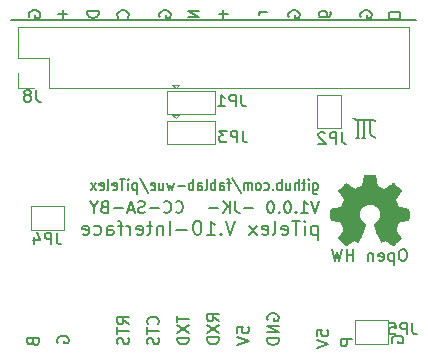
<source format=gbr>
%TF.GenerationSoftware,KiCad,Pcbnew,(6.0.9)*%
%TF.CreationDate,2023-02-09T17:54:21+01:00*%
%TF.ProjectId,piTelex_V10_1.0.0,70695465-6c65-4785-9f56-31305f312e30,1.0.0 -JK-*%
%TF.SameCoordinates,Original*%
%TF.FileFunction,Legend,Bot*%
%TF.FilePolarity,Positive*%
%FSLAX46Y46*%
G04 Gerber Fmt 4.6, Leading zero omitted, Abs format (unit mm)*
G04 Created by KiCad (PCBNEW (6.0.9)) date 2023-02-09 17:54:21*
%MOMM*%
%LPD*%
G01*
G04 APERTURE LIST*
%ADD10C,0.150000*%
%ADD11C,0.200000*%
%ADD12C,0.120000*%
%ADD13C,0.010000*%
G04 APERTURE END LIST*
D10*
X111816029Y-78463443D02*
G75*
G03*
X112070029Y-78590443I248971J180443D01*
G01*
X112705029Y-80114443D02*
X112705029Y-78590443D01*
X112578029Y-80114443D02*
X112832029Y-80114443D01*
X113213029Y-78590443D02*
X113213029Y-79606443D01*
X112070029Y-80114443D02*
X112324029Y-80114443D01*
X113213029Y-79606443D02*
G75*
G03*
X113721029Y-80114443I508001J1D01*
G01*
X113721029Y-78717443D02*
G75*
G03*
X113340029Y-78590443I-371099J-478298D01*
G01*
X112070029Y-78590443D02*
X113340029Y-78590443D01*
X112197029Y-80114443D02*
X112197029Y-78590443D01*
X82855000Y-70155000D02*
X117145000Y-70155000D01*
X108418952Y-83910714D02*
X108418952Y-84720238D01*
X108457047Y-84815476D01*
X108495142Y-84863095D01*
X108571333Y-84910714D01*
X108685619Y-84910714D01*
X108761809Y-84863095D01*
X108418952Y-84529761D02*
X108495142Y-84577380D01*
X108647523Y-84577380D01*
X108723714Y-84529761D01*
X108761809Y-84482142D01*
X108799904Y-84386904D01*
X108799904Y-84101190D01*
X108761809Y-84005952D01*
X108723714Y-83958333D01*
X108647523Y-83910714D01*
X108495142Y-83910714D01*
X108418952Y-83958333D01*
X108038000Y-84577380D02*
X108038000Y-83910714D01*
X108038000Y-83577380D02*
X108076095Y-83625000D01*
X108038000Y-83672619D01*
X107999904Y-83625000D01*
X108038000Y-83577380D01*
X108038000Y-83672619D01*
X107771333Y-83910714D02*
X107466571Y-83910714D01*
X107657047Y-83577380D02*
X107657047Y-84434523D01*
X107618952Y-84529761D01*
X107542761Y-84577380D01*
X107466571Y-84577380D01*
X107199904Y-84577380D02*
X107199904Y-83577380D01*
X106857047Y-84577380D02*
X106857047Y-84053571D01*
X106895142Y-83958333D01*
X106971333Y-83910714D01*
X107085619Y-83910714D01*
X107161809Y-83958333D01*
X107199904Y-84005952D01*
X106133238Y-83910714D02*
X106133238Y-84577380D01*
X106476095Y-83910714D02*
X106476095Y-84434523D01*
X106438000Y-84529761D01*
X106361809Y-84577380D01*
X106247523Y-84577380D01*
X106171333Y-84529761D01*
X106133238Y-84482142D01*
X105752285Y-84577380D02*
X105752285Y-83577380D01*
X105752285Y-83958333D02*
X105676095Y-83910714D01*
X105523714Y-83910714D01*
X105447523Y-83958333D01*
X105409428Y-84005952D01*
X105371333Y-84101190D01*
X105371333Y-84386904D01*
X105409428Y-84482142D01*
X105447523Y-84529761D01*
X105523714Y-84577380D01*
X105676095Y-84577380D01*
X105752285Y-84529761D01*
X105028476Y-84482142D02*
X104990380Y-84529761D01*
X105028476Y-84577380D01*
X105066571Y-84529761D01*
X105028476Y-84482142D01*
X105028476Y-84577380D01*
X104304666Y-84529761D02*
X104380857Y-84577380D01*
X104533238Y-84577380D01*
X104609428Y-84529761D01*
X104647523Y-84482142D01*
X104685619Y-84386904D01*
X104685619Y-84101190D01*
X104647523Y-84005952D01*
X104609428Y-83958333D01*
X104533238Y-83910714D01*
X104380857Y-83910714D01*
X104304666Y-83958333D01*
X103847523Y-84577380D02*
X103923714Y-84529761D01*
X103961809Y-84482142D01*
X103999904Y-84386904D01*
X103999904Y-84101190D01*
X103961809Y-84005952D01*
X103923714Y-83958333D01*
X103847523Y-83910714D01*
X103733238Y-83910714D01*
X103657047Y-83958333D01*
X103618952Y-84005952D01*
X103580857Y-84101190D01*
X103580857Y-84386904D01*
X103618952Y-84482142D01*
X103657047Y-84529761D01*
X103733238Y-84577380D01*
X103847523Y-84577380D01*
X103238000Y-84577380D02*
X103238000Y-83910714D01*
X103238000Y-84005952D02*
X103199904Y-83958333D01*
X103123714Y-83910714D01*
X103009428Y-83910714D01*
X102933238Y-83958333D01*
X102895142Y-84053571D01*
X102895142Y-84577380D01*
X102895142Y-84053571D02*
X102857047Y-83958333D01*
X102780857Y-83910714D01*
X102666571Y-83910714D01*
X102590380Y-83958333D01*
X102552285Y-84053571D01*
X102552285Y-84577380D01*
X101599904Y-83529761D02*
X102285619Y-84815476D01*
X101447523Y-83910714D02*
X101142761Y-83910714D01*
X101333238Y-84577380D02*
X101333238Y-83720238D01*
X101295142Y-83625000D01*
X101218952Y-83577380D01*
X101142761Y-83577380D01*
X100533238Y-84577380D02*
X100533238Y-84053571D01*
X100571333Y-83958333D01*
X100647523Y-83910714D01*
X100799904Y-83910714D01*
X100876095Y-83958333D01*
X100533238Y-84529761D02*
X100609428Y-84577380D01*
X100799904Y-84577380D01*
X100876095Y-84529761D01*
X100914190Y-84434523D01*
X100914190Y-84339285D01*
X100876095Y-84244047D01*
X100799904Y-84196428D01*
X100609428Y-84196428D01*
X100533238Y-84148809D01*
X100152285Y-84577380D02*
X100152285Y-83577380D01*
X100152285Y-83958333D02*
X100076095Y-83910714D01*
X99923714Y-83910714D01*
X99847523Y-83958333D01*
X99809428Y-84005952D01*
X99771333Y-84101190D01*
X99771333Y-84386904D01*
X99809428Y-84482142D01*
X99847523Y-84529761D01*
X99923714Y-84577380D01*
X100076095Y-84577380D01*
X100152285Y-84529761D01*
X99314190Y-84577380D02*
X99390380Y-84529761D01*
X99428476Y-84434523D01*
X99428476Y-83577380D01*
X98666571Y-84577380D02*
X98666571Y-84053571D01*
X98704666Y-83958333D01*
X98780857Y-83910714D01*
X98933238Y-83910714D01*
X99009428Y-83958333D01*
X98666571Y-84529761D02*
X98742761Y-84577380D01*
X98933238Y-84577380D01*
X99009428Y-84529761D01*
X99047523Y-84434523D01*
X99047523Y-84339285D01*
X99009428Y-84244047D01*
X98933238Y-84196428D01*
X98742761Y-84196428D01*
X98666571Y-84148809D01*
X98285619Y-84577380D02*
X98285619Y-83577380D01*
X98285619Y-83958333D02*
X98209428Y-83910714D01*
X98057047Y-83910714D01*
X97980857Y-83958333D01*
X97942761Y-84005952D01*
X97904666Y-84101190D01*
X97904666Y-84386904D01*
X97942761Y-84482142D01*
X97980857Y-84529761D01*
X98057047Y-84577380D01*
X98209428Y-84577380D01*
X98285619Y-84529761D01*
X97561809Y-84196428D02*
X96952285Y-84196428D01*
X96647523Y-83910714D02*
X96495142Y-84577380D01*
X96342761Y-84101190D01*
X96190380Y-84577380D01*
X96038000Y-83910714D01*
X95390380Y-83910714D02*
X95390380Y-84577380D01*
X95733238Y-83910714D02*
X95733238Y-84434523D01*
X95695142Y-84529761D01*
X95618952Y-84577380D01*
X95504666Y-84577380D01*
X95428476Y-84529761D01*
X95390380Y-84482142D01*
X94704666Y-84529761D02*
X94780857Y-84577380D01*
X94933238Y-84577380D01*
X95009428Y-84529761D01*
X95047523Y-84434523D01*
X95047523Y-84053571D01*
X95009428Y-83958333D01*
X94933238Y-83910714D01*
X94780857Y-83910714D01*
X94704666Y-83958333D01*
X94666571Y-84053571D01*
X94666571Y-84148809D01*
X95047523Y-84244047D01*
X93752285Y-83529761D02*
X94438000Y-84815476D01*
X93485619Y-83910714D02*
X93485619Y-84910714D01*
X93485619Y-83958333D02*
X93409428Y-83910714D01*
X93257047Y-83910714D01*
X93180857Y-83958333D01*
X93142761Y-84005952D01*
X93104666Y-84101190D01*
X93104666Y-84386904D01*
X93142761Y-84482142D01*
X93180857Y-84529761D01*
X93257047Y-84577380D01*
X93409428Y-84577380D01*
X93485619Y-84529761D01*
X92761809Y-84577380D02*
X92761809Y-83910714D01*
X92761809Y-83577380D02*
X92799904Y-83625000D01*
X92761809Y-83672619D01*
X92723714Y-83625000D01*
X92761809Y-83577380D01*
X92761809Y-83672619D01*
X92495142Y-83577380D02*
X92038000Y-83577380D01*
X92266571Y-84577380D02*
X92266571Y-83577380D01*
X91466571Y-84529761D02*
X91542761Y-84577380D01*
X91695142Y-84577380D01*
X91771333Y-84529761D01*
X91809428Y-84434523D01*
X91809428Y-84053571D01*
X91771333Y-83958333D01*
X91695142Y-83910714D01*
X91542761Y-83910714D01*
X91466571Y-83958333D01*
X91428476Y-84053571D01*
X91428476Y-84148809D01*
X91809428Y-84244047D01*
X90971333Y-84577380D02*
X91047523Y-84529761D01*
X91085619Y-84434523D01*
X91085619Y-83577380D01*
X90361809Y-84529761D02*
X90438000Y-84577380D01*
X90590380Y-84577380D01*
X90666571Y-84529761D01*
X90704666Y-84434523D01*
X90704666Y-84053571D01*
X90666571Y-83958333D01*
X90590380Y-83910714D01*
X90438000Y-83910714D01*
X90361809Y-83958333D01*
X90323714Y-84053571D01*
X90323714Y-84148809D01*
X90704666Y-84244047D01*
X90057047Y-84577380D02*
X89638000Y-83910714D01*
X90057047Y-83910714D02*
X89638000Y-84577380D01*
X100452380Y-95650333D02*
X99976190Y-95317000D01*
X100452380Y-95078904D02*
X99452380Y-95078904D01*
X99452380Y-95459857D01*
X99500000Y-95555095D01*
X99547619Y-95602714D01*
X99642857Y-95650333D01*
X99785714Y-95650333D01*
X99880952Y-95602714D01*
X99928571Y-95555095D01*
X99976190Y-95459857D01*
X99976190Y-95078904D01*
X99452380Y-95983666D02*
X100452380Y-96650333D01*
X99452380Y-96650333D02*
X100452380Y-95983666D01*
X100452380Y-97031285D02*
X99452380Y-97031285D01*
X99452380Y-97269380D01*
X99500000Y-97412238D01*
X99595238Y-97507476D01*
X99690476Y-97555095D01*
X99880952Y-97602714D01*
X100023809Y-97602714D01*
X100214285Y-97555095D01*
X100309523Y-97507476D01*
X100404761Y-97412238D01*
X100452380Y-97269380D01*
X100452380Y-97031285D01*
X112454000Y-69908904D02*
X112406380Y-69813666D01*
X112406380Y-69670809D01*
X112454000Y-69527952D01*
X112549238Y-69432714D01*
X112644476Y-69385095D01*
X112834952Y-69337476D01*
X112977809Y-69337476D01*
X113168285Y-69385095D01*
X113263523Y-69432714D01*
X113358761Y-69527952D01*
X113406380Y-69670809D01*
X113406380Y-69766047D01*
X113358761Y-69908904D01*
X113311142Y-69956523D01*
X112977809Y-69956523D01*
X112977809Y-69766047D01*
X100833428Y-69266047D02*
X100833428Y-70027952D01*
X101214380Y-69647000D02*
X100452476Y-69647000D01*
X115121000Y-97467904D02*
X115073380Y-97372666D01*
X115073380Y-97229809D01*
X115121000Y-97086952D01*
X115216238Y-96991714D01*
X115311476Y-96944095D01*
X115501952Y-96896476D01*
X115644809Y-96896476D01*
X115835285Y-96944095D01*
X115930523Y-96991714D01*
X116025761Y-97086952D01*
X116073380Y-97229809D01*
X116073380Y-97325047D01*
X116025761Y-97467904D01*
X115978142Y-97515523D01*
X115644809Y-97515523D01*
X115644809Y-97325047D01*
X101992380Y-96634523D02*
X101992380Y-96158333D01*
X102468571Y-96110714D01*
X102420952Y-96158333D01*
X102373333Y-96253571D01*
X102373333Y-96491666D01*
X102420952Y-96586904D01*
X102468571Y-96634523D01*
X102563809Y-96682142D01*
X102801904Y-96682142D01*
X102897142Y-96634523D01*
X102944761Y-96586904D01*
X102992380Y-96491666D01*
X102992380Y-96253571D01*
X102944761Y-96158333D01*
X102897142Y-96110714D01*
X101992380Y-96967857D02*
X102992380Y-97301190D01*
X101992380Y-97634523D01*
X96784904Y-86387142D02*
X96832523Y-86434761D01*
X96975380Y-86482380D01*
X97070619Y-86482380D01*
X97213476Y-86434761D01*
X97308714Y-86339523D01*
X97356333Y-86244285D01*
X97403952Y-86053809D01*
X97403952Y-85910952D01*
X97356333Y-85720476D01*
X97308714Y-85625238D01*
X97213476Y-85530000D01*
X97070619Y-85482380D01*
X96975380Y-85482380D01*
X96832523Y-85530000D01*
X96784904Y-85577619D01*
X95784904Y-86387142D02*
X95832523Y-86434761D01*
X95975380Y-86482380D01*
X96070619Y-86482380D01*
X96213476Y-86434761D01*
X96308714Y-86339523D01*
X96356333Y-86244285D01*
X96403952Y-86053809D01*
X96403952Y-85910952D01*
X96356333Y-85720476D01*
X96308714Y-85625238D01*
X96213476Y-85530000D01*
X96070619Y-85482380D01*
X95975380Y-85482380D01*
X95832523Y-85530000D01*
X95784904Y-85577619D01*
X95356333Y-86101428D02*
X94594428Y-86101428D01*
X94165857Y-86434761D02*
X94023000Y-86482380D01*
X93784904Y-86482380D01*
X93689666Y-86434761D01*
X93642047Y-86387142D01*
X93594428Y-86291904D01*
X93594428Y-86196666D01*
X93642047Y-86101428D01*
X93689666Y-86053809D01*
X93784904Y-86006190D01*
X93975380Y-85958571D01*
X94070619Y-85910952D01*
X94118238Y-85863333D01*
X94165857Y-85768095D01*
X94165857Y-85672857D01*
X94118238Y-85577619D01*
X94070619Y-85530000D01*
X93975380Y-85482380D01*
X93737285Y-85482380D01*
X93594428Y-85530000D01*
X93213476Y-86196666D02*
X92737285Y-86196666D01*
X93308714Y-86482380D02*
X92975380Y-85482380D01*
X92642047Y-86482380D01*
X92308714Y-86101428D02*
X91546809Y-86101428D01*
X90737285Y-85958571D02*
X90594428Y-86006190D01*
X90546809Y-86053809D01*
X90499190Y-86149047D01*
X90499190Y-86291904D01*
X90546809Y-86387142D01*
X90594428Y-86434761D01*
X90689666Y-86482380D01*
X91070619Y-86482380D01*
X91070619Y-85482380D01*
X90737285Y-85482380D01*
X90642047Y-85530000D01*
X90594428Y-85577619D01*
X90546809Y-85672857D01*
X90546809Y-85768095D01*
X90594428Y-85863333D01*
X90642047Y-85910952D01*
X90737285Y-85958571D01*
X91070619Y-85958571D01*
X89880142Y-86006190D02*
X89880142Y-86482380D01*
X90213476Y-85482380D02*
X89880142Y-86006190D01*
X89546809Y-85482380D01*
X104580000Y-95555095D02*
X104532380Y-95459857D01*
X104532380Y-95317000D01*
X104580000Y-95174142D01*
X104675238Y-95078904D01*
X104770476Y-95031285D01*
X104960952Y-94983666D01*
X105103809Y-94983666D01*
X105294285Y-95031285D01*
X105389523Y-95078904D01*
X105484761Y-95174142D01*
X105532380Y-95317000D01*
X105532380Y-95412238D01*
X105484761Y-95555095D01*
X105437142Y-95602714D01*
X105103809Y-95602714D01*
X105103809Y-95412238D01*
X105532380Y-96031285D02*
X104532380Y-96031285D01*
X105532380Y-96602714D01*
X104532380Y-96602714D01*
X105532380Y-97078904D02*
X104532380Y-97078904D01*
X104532380Y-97317000D01*
X104580000Y-97459857D01*
X104675238Y-97555095D01*
X104770476Y-97602714D01*
X104960952Y-97650333D01*
X105103809Y-97650333D01*
X105294285Y-97602714D01*
X105389523Y-97555095D01*
X105484761Y-97459857D01*
X105532380Y-97317000D01*
X105532380Y-97078904D01*
X86800000Y-97467904D02*
X86752380Y-97372666D01*
X86752380Y-97229809D01*
X86800000Y-97086952D01*
X86895238Y-96991714D01*
X86990476Y-96944095D01*
X87180952Y-96896476D01*
X87323809Y-96896476D01*
X87514285Y-96944095D01*
X87609523Y-96991714D01*
X87704761Y-97086952D01*
X87752380Y-97229809D01*
X87752380Y-97325047D01*
X87704761Y-97467904D01*
X87657142Y-97515523D01*
X87323809Y-97515523D01*
X87323809Y-97325047D01*
X108929095Y-85482380D02*
X108595761Y-86482380D01*
X108262428Y-85482380D01*
X107405285Y-86482380D02*
X107976714Y-86482380D01*
X107691000Y-86482380D02*
X107691000Y-85482380D01*
X107786238Y-85625238D01*
X107881476Y-85720476D01*
X107976714Y-85768095D01*
X106976714Y-86387142D02*
X106929095Y-86434761D01*
X106976714Y-86482380D01*
X107024333Y-86434761D01*
X106976714Y-86387142D01*
X106976714Y-86482380D01*
X106310047Y-85482380D02*
X106214809Y-85482380D01*
X106119571Y-85530000D01*
X106071952Y-85577619D01*
X106024333Y-85672857D01*
X105976714Y-85863333D01*
X105976714Y-86101428D01*
X106024333Y-86291904D01*
X106071952Y-86387142D01*
X106119571Y-86434761D01*
X106214809Y-86482380D01*
X106310047Y-86482380D01*
X106405285Y-86434761D01*
X106452904Y-86387142D01*
X106500523Y-86291904D01*
X106548142Y-86101428D01*
X106548142Y-85863333D01*
X106500523Y-85672857D01*
X106452904Y-85577619D01*
X106405285Y-85530000D01*
X106310047Y-85482380D01*
X105548142Y-86387142D02*
X105500523Y-86434761D01*
X105548142Y-86482380D01*
X105595761Y-86434761D01*
X105548142Y-86387142D01*
X105548142Y-86482380D01*
X104881476Y-85482380D02*
X104786238Y-85482380D01*
X104691000Y-85530000D01*
X104643380Y-85577619D01*
X104595761Y-85672857D01*
X104548142Y-85863333D01*
X104548142Y-86101428D01*
X104595761Y-86291904D01*
X104643380Y-86387142D01*
X104691000Y-86434761D01*
X104786238Y-86482380D01*
X104881476Y-86482380D01*
X104976714Y-86434761D01*
X105024333Y-86387142D01*
X105071952Y-86291904D01*
X105119571Y-86101428D01*
X105119571Y-85863333D01*
X105071952Y-85672857D01*
X105024333Y-85577619D01*
X104976714Y-85530000D01*
X104881476Y-85482380D01*
X103357666Y-86101428D02*
X102595761Y-86101428D01*
X101833857Y-85482380D02*
X101833857Y-86196666D01*
X101881476Y-86339523D01*
X101976714Y-86434761D01*
X102119571Y-86482380D01*
X102214809Y-86482380D01*
X101357666Y-86482380D02*
X101357666Y-85482380D01*
X100786238Y-86482380D02*
X101214809Y-85910952D01*
X100786238Y-85482380D02*
X101357666Y-86053809D01*
X100357666Y-86101428D02*
X99595761Y-86101428D01*
X106358000Y-69908904D02*
X106310380Y-69813666D01*
X106310380Y-69670809D01*
X106358000Y-69527952D01*
X106453238Y-69432714D01*
X106548476Y-69385095D01*
X106738952Y-69337476D01*
X106881809Y-69337476D01*
X107072285Y-69385095D01*
X107167523Y-69432714D01*
X107262761Y-69527952D01*
X107310380Y-69670809D01*
X107310380Y-69766047D01*
X107262761Y-69908904D01*
X107215142Y-69956523D01*
X106881809Y-69956523D01*
X106881809Y-69766047D01*
X95277142Y-95896380D02*
X95324761Y-95848761D01*
X95372380Y-95705904D01*
X95372380Y-95610666D01*
X95324761Y-95467809D01*
X95229523Y-95372571D01*
X95134285Y-95324952D01*
X94943809Y-95277333D01*
X94800952Y-95277333D01*
X94610476Y-95324952D01*
X94515238Y-95372571D01*
X94420000Y-95467809D01*
X94372380Y-95610666D01*
X94372380Y-95705904D01*
X94420000Y-95848761D01*
X94467619Y-95896380D01*
X94372380Y-96182095D02*
X94372380Y-96753523D01*
X95372380Y-96467809D02*
X94372380Y-96467809D01*
X95324761Y-97039238D02*
X95372380Y-97182095D01*
X95372380Y-97420190D01*
X95324761Y-97515428D01*
X95277142Y-97563047D01*
X95181904Y-97610666D01*
X95086666Y-97610666D01*
X94991428Y-97563047D01*
X94943809Y-97515428D01*
X94896190Y-97420190D01*
X94848571Y-97229714D01*
X94800952Y-97134476D01*
X94753333Y-97086857D01*
X94658095Y-97039238D01*
X94562857Y-97039238D01*
X94467619Y-97086857D01*
X94420000Y-97134476D01*
X94372380Y-97229714D01*
X94372380Y-97467809D01*
X94420000Y-97610666D01*
X95436000Y-69908904D02*
X95388380Y-69813666D01*
X95388380Y-69670809D01*
X95436000Y-69527952D01*
X95531238Y-69432714D01*
X95626476Y-69385095D01*
X95816952Y-69337476D01*
X95959809Y-69337476D01*
X96150285Y-69385095D01*
X96245523Y-69432714D01*
X96340761Y-69527952D01*
X96388380Y-69670809D01*
X96388380Y-69766047D01*
X96340761Y-69908904D01*
X96293142Y-69956523D01*
X95959809Y-69956523D01*
X95959809Y-69766047D01*
X111755380Y-97198095D02*
X110755380Y-97198095D01*
X110755380Y-97579047D01*
X110803000Y-97674285D01*
X110850619Y-97721904D01*
X110945857Y-97769523D01*
X111088714Y-97769523D01*
X111183952Y-97721904D01*
X111231571Y-97674285D01*
X111279190Y-97579047D01*
X111279190Y-97198095D01*
X114819380Y-69678761D02*
X114819380Y-69869238D01*
X114867000Y-69964476D01*
X114962238Y-70059714D01*
X115152714Y-70107333D01*
X115486047Y-70107333D01*
X115676523Y-70059714D01*
X115771761Y-69964476D01*
X115819380Y-69869238D01*
X115819380Y-69678761D01*
X115771761Y-69583523D01*
X115676523Y-69488285D01*
X115486047Y-69440666D01*
X115152714Y-69440666D01*
X114962238Y-69488285D01*
X114867000Y-69583523D01*
X114819380Y-69678761D01*
X87244428Y-69266047D02*
X87244428Y-70027952D01*
X87625380Y-69647000D02*
X86863476Y-69647000D01*
X92737142Y-69956523D02*
X92784761Y-69908904D01*
X92832380Y-69766047D01*
X92832380Y-69670809D01*
X92784761Y-69527952D01*
X92689523Y-69432714D01*
X92594285Y-69385095D01*
X92403809Y-69337476D01*
X92260952Y-69337476D01*
X92070476Y-69385095D01*
X91975238Y-69432714D01*
X91880000Y-69527952D01*
X91832380Y-69670809D01*
X91832380Y-69766047D01*
X91880000Y-69908904D01*
X91927619Y-69956523D01*
X116112761Y-89546380D02*
X115922285Y-89546380D01*
X115827047Y-89594000D01*
X115731809Y-89689238D01*
X115684190Y-89879714D01*
X115684190Y-90213047D01*
X115731809Y-90403523D01*
X115827047Y-90498761D01*
X115922285Y-90546380D01*
X116112761Y-90546380D01*
X116208000Y-90498761D01*
X116303238Y-90403523D01*
X116350857Y-90213047D01*
X116350857Y-89879714D01*
X116303238Y-89689238D01*
X116208000Y-89594000D01*
X116112761Y-89546380D01*
X115255619Y-89879714D02*
X115255619Y-90879714D01*
X115255619Y-89927333D02*
X115160380Y-89879714D01*
X114969904Y-89879714D01*
X114874666Y-89927333D01*
X114827047Y-89974952D01*
X114779428Y-90070190D01*
X114779428Y-90355904D01*
X114827047Y-90451142D01*
X114874666Y-90498761D01*
X114969904Y-90546380D01*
X115160380Y-90546380D01*
X115255619Y-90498761D01*
X113969904Y-90498761D02*
X114065142Y-90546380D01*
X114255619Y-90546380D01*
X114350857Y-90498761D01*
X114398476Y-90403523D01*
X114398476Y-90022571D01*
X114350857Y-89927333D01*
X114255619Y-89879714D01*
X114065142Y-89879714D01*
X113969904Y-89927333D01*
X113922285Y-90022571D01*
X113922285Y-90117809D01*
X114398476Y-90213047D01*
X113493714Y-89879714D02*
X113493714Y-90546380D01*
X113493714Y-89974952D02*
X113446095Y-89927333D01*
X113350857Y-89879714D01*
X113208000Y-89879714D01*
X113112761Y-89927333D01*
X113065142Y-90022571D01*
X113065142Y-90546380D01*
X111827047Y-90546380D02*
X111827047Y-89546380D01*
X111827047Y-90022571D02*
X111255619Y-90022571D01*
X111255619Y-90546380D02*
X111255619Y-89546380D01*
X110874666Y-89546380D02*
X110636571Y-90546380D01*
X110446095Y-89832095D01*
X110255619Y-90546380D01*
X110017523Y-89546380D01*
X84688571Y-97404428D02*
X84736190Y-97547285D01*
X84783809Y-97594904D01*
X84879047Y-97642523D01*
X85021904Y-97642523D01*
X85117142Y-97594904D01*
X85164761Y-97547285D01*
X85212380Y-97452047D01*
X85212380Y-97071095D01*
X84212380Y-97071095D01*
X84212380Y-97404428D01*
X84260000Y-97499666D01*
X84307619Y-97547285D01*
X84402857Y-97594904D01*
X84498095Y-97594904D01*
X84593333Y-97547285D01*
X84640952Y-97499666D01*
X84688571Y-97404428D01*
X84688571Y-97071095D01*
X108929714Y-69861285D02*
X109739238Y-69861285D01*
X109834476Y-69813666D01*
X109882095Y-69766047D01*
X109929714Y-69670809D01*
X109929714Y-69527952D01*
X109882095Y-69432714D01*
X109548761Y-69861285D02*
X109596380Y-69766047D01*
X109596380Y-69575571D01*
X109548761Y-69480333D01*
X109501142Y-69432714D01*
X109405904Y-69385095D01*
X109120190Y-69385095D01*
X109024952Y-69432714D01*
X108977333Y-69480333D01*
X108929714Y-69575571D01*
X108929714Y-69766047D01*
X108977333Y-69861285D01*
D11*
X108799857Y-87550857D02*
X108799857Y-88750857D01*
X108799857Y-87608000D02*
X108685571Y-87550857D01*
X108457000Y-87550857D01*
X108342714Y-87608000D01*
X108285571Y-87665142D01*
X108228428Y-87779428D01*
X108228428Y-88122285D01*
X108285571Y-88236571D01*
X108342714Y-88293714D01*
X108457000Y-88350857D01*
X108685571Y-88350857D01*
X108799857Y-88293714D01*
X107714142Y-88350857D02*
X107714142Y-87550857D01*
X107714142Y-87150857D02*
X107771285Y-87208000D01*
X107714142Y-87265142D01*
X107657000Y-87208000D01*
X107714142Y-87150857D01*
X107714142Y-87265142D01*
X107314142Y-87150857D02*
X106628428Y-87150857D01*
X106971285Y-88350857D02*
X106971285Y-87150857D01*
X105771285Y-88293714D02*
X105885571Y-88350857D01*
X106114142Y-88350857D01*
X106228428Y-88293714D01*
X106285571Y-88179428D01*
X106285571Y-87722285D01*
X106228428Y-87608000D01*
X106114142Y-87550857D01*
X105885571Y-87550857D01*
X105771285Y-87608000D01*
X105714142Y-87722285D01*
X105714142Y-87836571D01*
X106285571Y-87950857D01*
X105028428Y-88350857D02*
X105142714Y-88293714D01*
X105199857Y-88179428D01*
X105199857Y-87150857D01*
X104114142Y-88293714D02*
X104228428Y-88350857D01*
X104457000Y-88350857D01*
X104571285Y-88293714D01*
X104628428Y-88179428D01*
X104628428Y-87722285D01*
X104571285Y-87608000D01*
X104457000Y-87550857D01*
X104228428Y-87550857D01*
X104114142Y-87608000D01*
X104057000Y-87722285D01*
X104057000Y-87836571D01*
X104628428Y-87950857D01*
X103657000Y-88350857D02*
X103028428Y-87550857D01*
X103657000Y-87550857D02*
X103028428Y-88350857D01*
X101828428Y-87150857D02*
X101428428Y-88350857D01*
X101028428Y-87150857D01*
X100628428Y-88236571D02*
X100571285Y-88293714D01*
X100628428Y-88350857D01*
X100685571Y-88293714D01*
X100628428Y-88236571D01*
X100628428Y-88350857D01*
X99428428Y-88350857D02*
X100114142Y-88350857D01*
X99771285Y-88350857D02*
X99771285Y-87150857D01*
X99885571Y-87322285D01*
X99999857Y-87436571D01*
X100114142Y-87493714D01*
X98685571Y-87150857D02*
X98571285Y-87150857D01*
X98457000Y-87208000D01*
X98399857Y-87265142D01*
X98342714Y-87379428D01*
X98285571Y-87608000D01*
X98285571Y-87893714D01*
X98342714Y-88122285D01*
X98399857Y-88236571D01*
X98457000Y-88293714D01*
X98571285Y-88350857D01*
X98685571Y-88350857D01*
X98799857Y-88293714D01*
X98857000Y-88236571D01*
X98914142Y-88122285D01*
X98971285Y-87893714D01*
X98971285Y-87608000D01*
X98914142Y-87379428D01*
X98857000Y-87265142D01*
X98799857Y-87208000D01*
X98685571Y-87150857D01*
X97771285Y-87893714D02*
X96857000Y-87893714D01*
X96285571Y-88350857D02*
X96285571Y-87150857D01*
X95714142Y-87550857D02*
X95714142Y-88350857D01*
X95714142Y-87665142D02*
X95657000Y-87608000D01*
X95542714Y-87550857D01*
X95371285Y-87550857D01*
X95257000Y-87608000D01*
X95199857Y-87722285D01*
X95199857Y-88350857D01*
X94799857Y-87550857D02*
X94342714Y-87550857D01*
X94628428Y-87150857D02*
X94628428Y-88179428D01*
X94571285Y-88293714D01*
X94457000Y-88350857D01*
X94342714Y-88350857D01*
X93485571Y-88293714D02*
X93599857Y-88350857D01*
X93828428Y-88350857D01*
X93942714Y-88293714D01*
X93999857Y-88179428D01*
X93999857Y-87722285D01*
X93942714Y-87608000D01*
X93828428Y-87550857D01*
X93599857Y-87550857D01*
X93485571Y-87608000D01*
X93428428Y-87722285D01*
X93428428Y-87836571D01*
X93999857Y-87950857D01*
X92914142Y-88350857D02*
X92914142Y-87550857D01*
X92914142Y-87779428D02*
X92857000Y-87665142D01*
X92799857Y-87608000D01*
X92685571Y-87550857D01*
X92571285Y-87550857D01*
X92342714Y-87550857D02*
X91885571Y-87550857D01*
X92171285Y-88350857D02*
X92171285Y-87322285D01*
X92114142Y-87208000D01*
X91999857Y-87150857D01*
X91885571Y-87150857D01*
X90971285Y-88350857D02*
X90971285Y-87722285D01*
X91028428Y-87608000D01*
X91142714Y-87550857D01*
X91371285Y-87550857D01*
X91485571Y-87608000D01*
X90971285Y-88293714D02*
X91085571Y-88350857D01*
X91371285Y-88350857D01*
X91485571Y-88293714D01*
X91542714Y-88179428D01*
X91542714Y-88065142D01*
X91485571Y-87950857D01*
X91371285Y-87893714D01*
X91085571Y-87893714D01*
X90971285Y-87836571D01*
X89885571Y-88293714D02*
X89999857Y-88350857D01*
X90228428Y-88350857D01*
X90342714Y-88293714D01*
X90399857Y-88236571D01*
X90457000Y-88122285D01*
X90457000Y-87779428D01*
X90399857Y-87665142D01*
X90342714Y-87608000D01*
X90228428Y-87550857D01*
X89999857Y-87550857D01*
X89885571Y-87608000D01*
X88914142Y-88293714D02*
X89028428Y-88350857D01*
X89257000Y-88350857D01*
X89371285Y-88293714D01*
X89428428Y-88179428D01*
X89428428Y-87722285D01*
X89371285Y-87608000D01*
X89257000Y-87550857D01*
X89028428Y-87550857D01*
X88914142Y-87608000D01*
X88857000Y-87722285D01*
X88857000Y-87836571D01*
X89428428Y-87950857D01*
D10*
X92832380Y-95896380D02*
X92356190Y-95563047D01*
X92832380Y-95324952D02*
X91832380Y-95324952D01*
X91832380Y-95705904D01*
X91880000Y-95801142D01*
X91927619Y-95848761D01*
X92022857Y-95896380D01*
X92165714Y-95896380D01*
X92260952Y-95848761D01*
X92308571Y-95801142D01*
X92356190Y-95705904D01*
X92356190Y-95324952D01*
X91832380Y-96182095D02*
X91832380Y-96753523D01*
X92832380Y-96467809D02*
X91832380Y-96467809D01*
X92784761Y-97039238D02*
X92832380Y-97182095D01*
X92832380Y-97420190D01*
X92784761Y-97515428D01*
X92737142Y-97563047D01*
X92641904Y-97610666D01*
X92546666Y-97610666D01*
X92451428Y-97563047D01*
X92403809Y-97515428D01*
X92356190Y-97420190D01*
X92308571Y-97229714D01*
X92260952Y-97134476D01*
X92213333Y-97086857D01*
X92118095Y-97039238D01*
X92022857Y-97039238D01*
X91927619Y-97086857D01*
X91880000Y-97134476D01*
X91832380Y-97229714D01*
X91832380Y-97467809D01*
X91880000Y-97610666D01*
X108723380Y-96888523D02*
X108723380Y-96412333D01*
X109199571Y-96364714D01*
X109151952Y-96412333D01*
X109104333Y-96507571D01*
X109104333Y-96745666D01*
X109151952Y-96840904D01*
X109199571Y-96888523D01*
X109294809Y-96936142D01*
X109532904Y-96936142D01*
X109628142Y-96888523D01*
X109675761Y-96840904D01*
X109723380Y-96745666D01*
X109723380Y-96507571D01*
X109675761Y-96412333D01*
X109628142Y-96364714D01*
X108723380Y-97221857D02*
X109723380Y-97555190D01*
X108723380Y-97888523D01*
X90292380Y-69385095D02*
X89292380Y-69385095D01*
X89292380Y-69623190D01*
X89340000Y-69766047D01*
X89435238Y-69861285D01*
X89530476Y-69908904D01*
X89720952Y-69956523D01*
X89863809Y-69956523D01*
X90054285Y-69908904D01*
X90149523Y-69861285D01*
X90244761Y-69766047D01*
X90292380Y-69623190D01*
X90292380Y-69385095D01*
X96912380Y-95182095D02*
X96912380Y-95753523D01*
X97912380Y-95467809D02*
X96912380Y-95467809D01*
X96912380Y-95991619D02*
X97912380Y-96658285D01*
X96912380Y-96658285D02*
X97912380Y-95991619D01*
X97912380Y-97039238D02*
X96912380Y-97039238D01*
X96912380Y-97277333D01*
X96960000Y-97420190D01*
X97055238Y-97515428D01*
X97150476Y-97563047D01*
X97340952Y-97610666D01*
X97483809Y-97610666D01*
X97674285Y-97563047D01*
X97769523Y-97515428D01*
X97864761Y-97420190D01*
X97912380Y-97277333D01*
X97912380Y-97039238D01*
X104516380Y-69448571D02*
X103849714Y-69448571D01*
X104040190Y-69448571D02*
X103944952Y-69496190D01*
X103897333Y-69543809D01*
X103849714Y-69639047D01*
X103849714Y-69734285D01*
X84387000Y-69908904D02*
X84339380Y-69813666D01*
X84339380Y-69670809D01*
X84387000Y-69527952D01*
X84482238Y-69432714D01*
X84577476Y-69385095D01*
X84767952Y-69337476D01*
X84910809Y-69337476D01*
X85101285Y-69385095D01*
X85196523Y-69432714D01*
X85291761Y-69527952D01*
X85339380Y-69670809D01*
X85339380Y-69766047D01*
X85291761Y-69908904D01*
X85244142Y-69956523D01*
X84910809Y-69956523D01*
X84910809Y-69766047D01*
X98801380Y-69361285D02*
X97801380Y-69361285D01*
X98801380Y-69932714D01*
X97801380Y-69932714D01*
%TO.C,J8*%
X84966333Y-76084380D02*
X84966333Y-76798666D01*
X85013952Y-76941523D01*
X85109190Y-77036761D01*
X85252047Y-77084380D01*
X85347285Y-77084380D01*
X84347285Y-76512952D02*
X84442523Y-76465333D01*
X84490142Y-76417714D01*
X84537761Y-76322476D01*
X84537761Y-76274857D01*
X84490142Y-76179619D01*
X84442523Y-76132000D01*
X84347285Y-76084380D01*
X84156809Y-76084380D01*
X84061571Y-76132000D01*
X84013952Y-76179619D01*
X83966333Y-76274857D01*
X83966333Y-76322476D01*
X84013952Y-76417714D01*
X84061571Y-76465333D01*
X84156809Y-76512952D01*
X84347285Y-76512952D01*
X84442523Y-76560571D01*
X84490142Y-76608190D01*
X84537761Y-76703428D01*
X84537761Y-76893904D01*
X84490142Y-76989142D01*
X84442523Y-77036761D01*
X84347285Y-77084380D01*
X84156809Y-77084380D01*
X84061571Y-77036761D01*
X84013952Y-76989142D01*
X83966333Y-76893904D01*
X83966333Y-76703428D01*
X84013952Y-76608190D01*
X84061571Y-76560571D01*
X84156809Y-76512952D01*
%TO.C,JP3*%
X102484333Y-79513380D02*
X102484333Y-80227666D01*
X102531952Y-80370523D01*
X102627190Y-80465761D01*
X102770047Y-80513380D01*
X102865285Y-80513380D01*
X102008142Y-80513380D02*
X102008142Y-79513380D01*
X101627190Y-79513380D01*
X101531952Y-79561000D01*
X101484333Y-79608619D01*
X101436714Y-79703857D01*
X101436714Y-79846714D01*
X101484333Y-79941952D01*
X101531952Y-79989571D01*
X101627190Y-80037190D01*
X102008142Y-80037190D01*
X101103380Y-79513380D02*
X100484333Y-79513380D01*
X100817666Y-79894333D01*
X100674809Y-79894333D01*
X100579571Y-79941952D01*
X100531952Y-79989571D01*
X100484333Y-80084809D01*
X100484333Y-80322904D01*
X100531952Y-80418142D01*
X100579571Y-80465761D01*
X100674809Y-80513380D01*
X100960523Y-80513380D01*
X101055761Y-80465761D01*
X101103380Y-80418142D01*
%TO.C,JP1*%
X102357333Y-76465380D02*
X102357333Y-77179666D01*
X102404952Y-77322523D01*
X102500190Y-77417761D01*
X102643047Y-77465380D01*
X102738285Y-77465380D01*
X101881142Y-77465380D02*
X101881142Y-76465380D01*
X101500190Y-76465380D01*
X101404952Y-76513000D01*
X101357333Y-76560619D01*
X101309714Y-76655857D01*
X101309714Y-76798714D01*
X101357333Y-76893952D01*
X101404952Y-76941571D01*
X101500190Y-76989190D01*
X101881142Y-76989190D01*
X100357333Y-77465380D02*
X100928761Y-77465380D01*
X100643047Y-77465380D02*
X100643047Y-76465380D01*
X100738285Y-76608238D01*
X100833523Y-76703476D01*
X100928761Y-76751095D01*
%TO.C,JP5*%
X116835333Y-95769380D02*
X116835333Y-96483666D01*
X116882952Y-96626523D01*
X116978190Y-96721761D01*
X117121047Y-96769380D01*
X117216285Y-96769380D01*
X116359142Y-96769380D02*
X116359142Y-95769380D01*
X115978190Y-95769380D01*
X115882952Y-95817000D01*
X115835333Y-95864619D01*
X115787714Y-95959857D01*
X115787714Y-96102714D01*
X115835333Y-96197952D01*
X115882952Y-96245571D01*
X115978190Y-96293190D01*
X116359142Y-96293190D01*
X114882952Y-95769380D02*
X115359142Y-95769380D01*
X115406761Y-96245571D01*
X115359142Y-96197952D01*
X115263904Y-96150333D01*
X115025809Y-96150333D01*
X114930571Y-96197952D01*
X114882952Y-96245571D01*
X114835333Y-96340809D01*
X114835333Y-96578904D01*
X114882952Y-96674142D01*
X114930571Y-96721761D01*
X115025809Y-96769380D01*
X115263904Y-96769380D01*
X115359142Y-96721761D01*
X115406761Y-96674142D01*
%TO.C,JP4*%
X86736333Y-88149380D02*
X86736333Y-88863666D01*
X86783952Y-89006523D01*
X86879190Y-89101761D01*
X87022047Y-89149380D01*
X87117285Y-89149380D01*
X86260142Y-89149380D02*
X86260142Y-88149380D01*
X85879190Y-88149380D01*
X85783952Y-88197000D01*
X85736333Y-88244619D01*
X85688714Y-88339857D01*
X85688714Y-88482714D01*
X85736333Y-88577952D01*
X85783952Y-88625571D01*
X85879190Y-88673190D01*
X86260142Y-88673190D01*
X84831571Y-88482714D02*
X84831571Y-89149380D01*
X85069666Y-88101761D02*
X85307761Y-88816047D01*
X84688714Y-88816047D01*
%TO.C,JP2*%
X110866333Y-79640380D02*
X110866333Y-80354666D01*
X110913952Y-80497523D01*
X111009190Y-80592761D01*
X111152047Y-80640380D01*
X111247285Y-80640380D01*
X110390142Y-80640380D02*
X110390142Y-79640380D01*
X110009190Y-79640380D01*
X109913952Y-79688000D01*
X109866333Y-79735619D01*
X109818714Y-79830857D01*
X109818714Y-79973714D01*
X109866333Y-80068952D01*
X109913952Y-80116571D01*
X110009190Y-80164190D01*
X110390142Y-80164190D01*
X109437761Y-79735619D02*
X109390142Y-79688000D01*
X109294904Y-79640380D01*
X109056809Y-79640380D01*
X108961571Y-79688000D01*
X108913952Y-79735619D01*
X108866333Y-79830857D01*
X108866333Y-79926095D01*
X108913952Y-80068952D01*
X109485380Y-80640380D01*
X108866333Y-80640380D01*
D12*
%TO.C,J8*%
X83430000Y-74600000D02*
X83430000Y-75930000D01*
X83430000Y-75930000D02*
X84760000Y-75930000D01*
X86030000Y-73330000D02*
X86030000Y-75930000D01*
X116570000Y-70730000D02*
X116570000Y-75930000D01*
X83430000Y-70730000D02*
X116570000Y-70730000D01*
X86030000Y-75930000D02*
X116570000Y-75930000D01*
X83430000Y-73330000D02*
X86030000Y-73330000D01*
X83430000Y-70730000D02*
X83430000Y-73330000D01*
%TO.C,JP3*%
X96045000Y-80680000D02*
X100145000Y-80680000D01*
X96795000Y-78480000D02*
X97095000Y-78180000D01*
X96495000Y-78180000D02*
X97095000Y-78180000D01*
X96795000Y-78480000D02*
X96495000Y-78180000D01*
X100145000Y-80680000D02*
X100145000Y-78680000D01*
X100145000Y-78680000D02*
X96045000Y-78680000D01*
X96045000Y-78680000D02*
X96045000Y-80680000D01*
%TO.C,JP1*%
X96045000Y-76140000D02*
X96045000Y-78140000D01*
X96045000Y-78140000D02*
X100145000Y-78140000D01*
X100145000Y-76140000D02*
X96045000Y-76140000D01*
X96495000Y-75640000D02*
X97095000Y-75640000D01*
X96795000Y-75940000D02*
X96495000Y-75640000D01*
X96795000Y-75940000D02*
X97095000Y-75640000D01*
X100145000Y-78140000D02*
X100145000Y-76140000D01*
%TO.C,JP5*%
X111935000Y-97571000D02*
X114735000Y-97571000D01*
X111935000Y-95571000D02*
X111935000Y-97571000D01*
X114735000Y-95571000D02*
X111935000Y-95571000D01*
X114735000Y-97571000D02*
X114735000Y-95571000D01*
%TO.C,JP4*%
X87303000Y-85919000D02*
X84503000Y-85919000D01*
X84503000Y-87919000D02*
X87303000Y-87919000D01*
X87303000Y-87919000D02*
X87303000Y-85919000D01*
X84503000Y-85919000D02*
X84503000Y-87919000D01*
%TO.C,REF\u002A\u002A*%
G36*
X113745275Y-83752931D02*
G01*
X113829095Y-84197555D01*
X114447667Y-84452551D01*
X114818707Y-84200246D01*
X114892144Y-84150506D01*
X114989499Y-84085218D01*
X115073787Y-84029454D01*
X115140631Y-83986078D01*
X115185654Y-83957953D01*
X115204478Y-83947942D01*
X115216039Y-83955061D01*
X115250596Y-83984894D01*
X115302894Y-84033852D01*
X115368500Y-84097440D01*
X115442983Y-84171163D01*
X115521913Y-84250525D01*
X115600856Y-84331031D01*
X115675384Y-84408185D01*
X115741063Y-84477493D01*
X115793463Y-84534457D01*
X115828153Y-84574584D01*
X115840701Y-84593377D01*
X115837782Y-84601451D01*
X115817571Y-84637469D01*
X115780663Y-84696744D01*
X115730050Y-84774630D01*
X115668725Y-84866481D01*
X115599679Y-84967650D01*
X115561787Y-85022826D01*
X115496606Y-85118884D01*
X115440723Y-85202717D01*
X115397117Y-85269777D01*
X115368769Y-85315519D01*
X115358657Y-85335396D01*
X115358823Y-85336497D01*
X115367743Y-85361694D01*
X115388206Y-85413147D01*
X115417360Y-85484135D01*
X115452353Y-85567935D01*
X115490332Y-85657828D01*
X115528445Y-85747091D01*
X115563839Y-85829003D01*
X115593662Y-85896843D01*
X115615061Y-85943890D01*
X115625184Y-85963422D01*
X115631174Y-85965155D01*
X115667566Y-85972969D01*
X115732427Y-85985915D01*
X115820565Y-86002979D01*
X115926787Y-86023151D01*
X116045902Y-86045418D01*
X116108683Y-86057223D01*
X116223912Y-86079748D01*
X116324662Y-86100550D01*
X116405426Y-86118435D01*
X116460698Y-86132208D01*
X116484971Y-86140674D01*
X116489331Y-86149066D01*
X116496563Y-86190072D01*
X116502246Y-86258368D01*
X116506382Y-86347529D01*
X116508977Y-86451128D01*
X116510036Y-86562740D01*
X116509561Y-86675938D01*
X116507559Y-86784296D01*
X116504033Y-86881389D01*
X116498987Y-86960790D01*
X116492427Y-87016072D01*
X116484356Y-87040810D01*
X116479458Y-87043600D01*
X116442930Y-87055569D01*
X116379565Y-87071405D01*
X116296686Y-87089374D01*
X116201618Y-87107741D01*
X116169542Y-87113591D01*
X116021393Y-87140798D01*
X115904961Y-87162663D01*
X115816209Y-87180093D01*
X115751103Y-87193996D01*
X115705606Y-87205277D01*
X115675682Y-87214843D01*
X115657294Y-87223601D01*
X115646407Y-87232457D01*
X115645142Y-87233943D01*
X115627338Y-87264931D01*
X115600994Y-87321634D01*
X115568661Y-87397399D01*
X115532893Y-87485574D01*
X115496244Y-87579507D01*
X115461266Y-87672547D01*
X115430513Y-87758041D01*
X115406538Y-87829336D01*
X115391895Y-87879782D01*
X115389136Y-87902726D01*
X115390981Y-87905703D01*
X115410075Y-87934493D01*
X115445984Y-87987595D01*
X115495378Y-88060117D01*
X115554927Y-88147167D01*
X115621303Y-88243854D01*
X115639520Y-88270456D01*
X115703577Y-88365875D01*
X115758937Y-88451212D01*
X115802439Y-88521405D01*
X115830924Y-88571394D01*
X115841232Y-88596116D01*
X115839011Y-88602616D01*
X115815858Y-88634644D01*
X115770177Y-88686945D01*
X115705241Y-88755999D01*
X115624319Y-88838286D01*
X115530685Y-88930286D01*
X115477165Y-88981781D01*
X115392542Y-89061983D01*
X115318475Y-89130678D01*
X115258941Y-89184252D01*
X115217917Y-89219085D01*
X115199381Y-89231563D01*
X115186646Y-89226938D01*
X115147436Y-89205057D01*
X115090495Y-89169273D01*
X115023250Y-89124117D01*
X114975438Y-89091165D01*
X114879985Y-89025727D01*
X114778125Y-88956228D01*
X114685088Y-88893075D01*
X114502832Y-88769800D01*
X114349841Y-88852520D01*
X114313817Y-88871613D01*
X114248303Y-88904272D01*
X114197640Y-88926819D01*
X114170564Y-88935226D01*
X114161703Y-88924430D01*
X114139699Y-88883323D01*
X114107199Y-88815549D01*
X114066010Y-88725409D01*
X114017942Y-88617205D01*
X113964802Y-88495237D01*
X113908399Y-88363808D01*
X113850542Y-88227218D01*
X113793038Y-88089767D01*
X113737697Y-87955758D01*
X113686326Y-87829491D01*
X113640735Y-87715268D01*
X113602732Y-87617390D01*
X113574124Y-87540157D01*
X113556721Y-87487871D01*
X113552331Y-87464833D01*
X113552628Y-87464160D01*
X113573077Y-87442863D01*
X113615850Y-87409508D01*
X113672117Y-87371011D01*
X113689877Y-87359256D01*
X113825014Y-87247735D01*
X113936856Y-87114906D01*
X114022755Y-86966298D01*
X114080062Y-86807440D01*
X114106131Y-86643860D01*
X114098313Y-86481088D01*
X114066644Y-86336315D01*
X114009782Y-86190124D01*
X113926888Y-86059703D01*
X113813131Y-85935813D01*
X113768433Y-85896235D01*
X113623935Y-85798723D01*
X113467838Y-85733050D01*
X113304667Y-85698630D01*
X113138943Y-85694874D01*
X112975192Y-85721194D01*
X112817936Y-85777003D01*
X112671698Y-85861714D01*
X112541004Y-85974737D01*
X112430374Y-86115487D01*
X112409105Y-86150342D01*
X112336810Y-86309655D01*
X112298415Y-86475552D01*
X112292914Y-86643737D01*
X112319301Y-86809913D01*
X112376570Y-86969784D01*
X112463717Y-87119053D01*
X112579736Y-87253423D01*
X112723622Y-87368599D01*
X112728294Y-87371702D01*
X112783964Y-87410933D01*
X112825689Y-87444286D01*
X112844746Y-87464833D01*
X112842342Y-87480941D01*
X112827391Y-87527844D01*
X112800881Y-87600539D01*
X112764620Y-87694725D01*
X112720416Y-87806098D01*
X112670076Y-87930358D01*
X112615407Y-88063202D01*
X112558218Y-88200327D01*
X112500316Y-88337432D01*
X112443510Y-88470215D01*
X112389606Y-88594374D01*
X112340412Y-88705606D01*
X112297737Y-88799609D01*
X112263387Y-88872082D01*
X112239171Y-88918722D01*
X112226897Y-88935226D01*
X112216689Y-88932991D01*
X112176586Y-88916926D01*
X112117318Y-88888759D01*
X112047619Y-88852520D01*
X111894629Y-88769800D01*
X111712373Y-88893075D01*
X111658527Y-88929579D01*
X111558374Y-88997784D01*
X111458525Y-89066098D01*
X111374211Y-89124117D01*
X111327679Y-89155736D01*
X111267200Y-89195020D01*
X111222357Y-89221912D01*
X111200455Y-89231883D01*
X111191045Y-89227650D01*
X111157031Y-89201721D01*
X111104595Y-89156070D01*
X111038301Y-89095186D01*
X110962713Y-89023561D01*
X110882396Y-88945683D01*
X110801913Y-88866045D01*
X110725829Y-88789135D01*
X110658707Y-88719445D01*
X110605112Y-88661464D01*
X110569608Y-88619684D01*
X110556759Y-88598593D01*
X110557500Y-88594581D01*
X110572793Y-88561920D01*
X110605462Y-88505412D01*
X110652350Y-88430163D01*
X110710301Y-88341275D01*
X110776157Y-88243854D01*
X110794627Y-88216982D01*
X110859482Y-88122423D01*
X110916609Y-88038827D01*
X110962678Y-87971084D01*
X110994359Y-87924086D01*
X111008324Y-87902726D01*
X111008668Y-87901811D01*
X111004546Y-87875678D01*
X110988807Y-87822740D01*
X110964004Y-87749647D01*
X110932689Y-87663052D01*
X110897417Y-87569608D01*
X110860740Y-87475965D01*
X110825212Y-87388777D01*
X110793386Y-87314695D01*
X110767816Y-87260371D01*
X110751053Y-87232457D01*
X110749374Y-87230724D01*
X110737372Y-87221956D01*
X110717103Y-87213115D01*
X110684529Y-87203292D01*
X110635616Y-87191583D01*
X110566327Y-87177080D01*
X110472625Y-87158876D01*
X110350476Y-87136066D01*
X110195842Y-87107741D01*
X110163770Y-87101780D01*
X110071893Y-87083352D01*
X109994607Y-87065892D01*
X109939236Y-87051133D01*
X109913105Y-87040810D01*
X109908733Y-87032197D01*
X109901445Y-86990826D01*
X109895669Y-86922241D01*
X109891410Y-86832868D01*
X109888673Y-86729135D01*
X109887462Y-86617465D01*
X109887782Y-86504287D01*
X109889636Y-86396026D01*
X109893030Y-86299108D01*
X109897967Y-86219959D01*
X109904452Y-86165006D01*
X109912489Y-86140674D01*
X109920696Y-86137079D01*
X109961519Y-86125748D01*
X110030524Y-86109722D01*
X110122203Y-86090195D01*
X110231050Y-86068362D01*
X110351558Y-86045418D01*
X110417357Y-86033159D01*
X110530135Y-86011901D01*
X110627207Y-85993287D01*
X110703382Y-85978328D01*
X110753469Y-85968036D01*
X110772276Y-85963422D01*
X110772983Y-85962471D01*
X110784961Y-85938310D01*
X110807794Y-85887694D01*
X110838630Y-85817338D01*
X110874613Y-85733958D01*
X110912891Y-85644270D01*
X110950609Y-85554989D01*
X110984913Y-85472832D01*
X111012949Y-85404513D01*
X111031864Y-85356748D01*
X111038803Y-85336254D01*
X111035742Y-85329043D01*
X111015372Y-85294728D01*
X110978422Y-85236970D01*
X110927860Y-85160299D01*
X110866657Y-85069248D01*
X110797781Y-84968350D01*
X110759994Y-84913093D01*
X110694782Y-84816215D01*
X110638871Y-84731193D01*
X110595241Y-84662662D01*
X110566877Y-84615260D01*
X110556759Y-84593623D01*
X110563790Y-84581887D01*
X110593197Y-84546818D01*
X110641441Y-84493745D01*
X110704093Y-84427164D01*
X110776725Y-84351574D01*
X110854908Y-84271472D01*
X110934214Y-84191354D01*
X111010213Y-84115718D01*
X111078478Y-84049062D01*
X111134580Y-83995882D01*
X111174090Y-83960676D01*
X111192579Y-83947942D01*
X111202843Y-83952893D01*
X111240530Y-83975857D01*
X111301348Y-84014938D01*
X111380913Y-84067272D01*
X111474843Y-84129996D01*
X111578754Y-84200246D01*
X111949794Y-84452551D01*
X112259080Y-84325053D01*
X112568365Y-84197555D01*
X112652186Y-83752931D01*
X112736006Y-83308307D01*
X113661454Y-83308307D01*
X113745275Y-83752931D01*
G37*
D13*
X113745275Y-83752931D02*
X113829095Y-84197555D01*
X114447667Y-84452551D01*
X114818707Y-84200246D01*
X114892144Y-84150506D01*
X114989499Y-84085218D01*
X115073787Y-84029454D01*
X115140631Y-83986078D01*
X115185654Y-83957953D01*
X115204478Y-83947942D01*
X115216039Y-83955061D01*
X115250596Y-83984894D01*
X115302894Y-84033852D01*
X115368500Y-84097440D01*
X115442983Y-84171163D01*
X115521913Y-84250525D01*
X115600856Y-84331031D01*
X115675384Y-84408185D01*
X115741063Y-84477493D01*
X115793463Y-84534457D01*
X115828153Y-84574584D01*
X115840701Y-84593377D01*
X115837782Y-84601451D01*
X115817571Y-84637469D01*
X115780663Y-84696744D01*
X115730050Y-84774630D01*
X115668725Y-84866481D01*
X115599679Y-84967650D01*
X115561787Y-85022826D01*
X115496606Y-85118884D01*
X115440723Y-85202717D01*
X115397117Y-85269777D01*
X115368769Y-85315519D01*
X115358657Y-85335396D01*
X115358823Y-85336497D01*
X115367743Y-85361694D01*
X115388206Y-85413147D01*
X115417360Y-85484135D01*
X115452353Y-85567935D01*
X115490332Y-85657828D01*
X115528445Y-85747091D01*
X115563839Y-85829003D01*
X115593662Y-85896843D01*
X115615061Y-85943890D01*
X115625184Y-85963422D01*
X115631174Y-85965155D01*
X115667566Y-85972969D01*
X115732427Y-85985915D01*
X115820565Y-86002979D01*
X115926787Y-86023151D01*
X116045902Y-86045418D01*
X116108683Y-86057223D01*
X116223912Y-86079748D01*
X116324662Y-86100550D01*
X116405426Y-86118435D01*
X116460698Y-86132208D01*
X116484971Y-86140674D01*
X116489331Y-86149066D01*
X116496563Y-86190072D01*
X116502246Y-86258368D01*
X116506382Y-86347529D01*
X116508977Y-86451128D01*
X116510036Y-86562740D01*
X116509561Y-86675938D01*
X116507559Y-86784296D01*
X116504033Y-86881389D01*
X116498987Y-86960790D01*
X116492427Y-87016072D01*
X116484356Y-87040810D01*
X116479458Y-87043600D01*
X116442930Y-87055569D01*
X116379565Y-87071405D01*
X116296686Y-87089374D01*
X116201618Y-87107741D01*
X116169542Y-87113591D01*
X116021393Y-87140798D01*
X115904961Y-87162663D01*
X115816209Y-87180093D01*
X115751103Y-87193996D01*
X115705606Y-87205277D01*
X115675682Y-87214843D01*
X115657294Y-87223601D01*
X115646407Y-87232457D01*
X115645142Y-87233943D01*
X115627338Y-87264931D01*
X115600994Y-87321634D01*
X115568661Y-87397399D01*
X115532893Y-87485574D01*
X115496244Y-87579507D01*
X115461266Y-87672547D01*
X115430513Y-87758041D01*
X115406538Y-87829336D01*
X115391895Y-87879782D01*
X115389136Y-87902726D01*
X115390981Y-87905703D01*
X115410075Y-87934493D01*
X115445984Y-87987595D01*
X115495378Y-88060117D01*
X115554927Y-88147167D01*
X115621303Y-88243854D01*
X115639520Y-88270456D01*
X115703577Y-88365875D01*
X115758937Y-88451212D01*
X115802439Y-88521405D01*
X115830924Y-88571394D01*
X115841232Y-88596116D01*
X115839011Y-88602616D01*
X115815858Y-88634644D01*
X115770177Y-88686945D01*
X115705241Y-88755999D01*
X115624319Y-88838286D01*
X115530685Y-88930286D01*
X115477165Y-88981781D01*
X115392542Y-89061983D01*
X115318475Y-89130678D01*
X115258941Y-89184252D01*
X115217917Y-89219085D01*
X115199381Y-89231563D01*
X115186646Y-89226938D01*
X115147436Y-89205057D01*
X115090495Y-89169273D01*
X115023250Y-89124117D01*
X114975438Y-89091165D01*
X114879985Y-89025727D01*
X114778125Y-88956228D01*
X114685088Y-88893075D01*
X114502832Y-88769800D01*
X114349841Y-88852520D01*
X114313817Y-88871613D01*
X114248303Y-88904272D01*
X114197640Y-88926819D01*
X114170564Y-88935226D01*
X114161703Y-88924430D01*
X114139699Y-88883323D01*
X114107199Y-88815549D01*
X114066010Y-88725409D01*
X114017942Y-88617205D01*
X113964802Y-88495237D01*
X113908399Y-88363808D01*
X113850542Y-88227218D01*
X113793038Y-88089767D01*
X113737697Y-87955758D01*
X113686326Y-87829491D01*
X113640735Y-87715268D01*
X113602732Y-87617390D01*
X113574124Y-87540157D01*
X113556721Y-87487871D01*
X113552331Y-87464833D01*
X113552628Y-87464160D01*
X113573077Y-87442863D01*
X113615850Y-87409508D01*
X113672117Y-87371011D01*
X113689877Y-87359256D01*
X113825014Y-87247735D01*
X113936856Y-87114906D01*
X114022755Y-86966298D01*
X114080062Y-86807440D01*
X114106131Y-86643860D01*
X114098313Y-86481088D01*
X114066644Y-86336315D01*
X114009782Y-86190124D01*
X113926888Y-86059703D01*
X113813131Y-85935813D01*
X113768433Y-85896235D01*
X113623935Y-85798723D01*
X113467838Y-85733050D01*
X113304667Y-85698630D01*
X113138943Y-85694874D01*
X112975192Y-85721194D01*
X112817936Y-85777003D01*
X112671698Y-85861714D01*
X112541004Y-85974737D01*
X112430374Y-86115487D01*
X112409105Y-86150342D01*
X112336810Y-86309655D01*
X112298415Y-86475552D01*
X112292914Y-86643737D01*
X112319301Y-86809913D01*
X112376570Y-86969784D01*
X112463717Y-87119053D01*
X112579736Y-87253423D01*
X112723622Y-87368599D01*
X112728294Y-87371702D01*
X112783964Y-87410933D01*
X112825689Y-87444286D01*
X112844746Y-87464833D01*
X112842342Y-87480941D01*
X112827391Y-87527844D01*
X112800881Y-87600539D01*
X112764620Y-87694725D01*
X112720416Y-87806098D01*
X112670076Y-87930358D01*
X112615407Y-88063202D01*
X112558218Y-88200327D01*
X112500316Y-88337432D01*
X112443510Y-88470215D01*
X112389606Y-88594374D01*
X112340412Y-88705606D01*
X112297737Y-88799609D01*
X112263387Y-88872082D01*
X112239171Y-88918722D01*
X112226897Y-88935226D01*
X112216689Y-88932991D01*
X112176586Y-88916926D01*
X112117318Y-88888759D01*
X112047619Y-88852520D01*
X111894629Y-88769800D01*
X111712373Y-88893075D01*
X111658527Y-88929579D01*
X111558374Y-88997784D01*
X111458525Y-89066098D01*
X111374211Y-89124117D01*
X111327679Y-89155736D01*
X111267200Y-89195020D01*
X111222357Y-89221912D01*
X111200455Y-89231883D01*
X111191045Y-89227650D01*
X111157031Y-89201721D01*
X111104595Y-89156070D01*
X111038301Y-89095186D01*
X110962713Y-89023561D01*
X110882396Y-88945683D01*
X110801913Y-88866045D01*
X110725829Y-88789135D01*
X110658707Y-88719445D01*
X110605112Y-88661464D01*
X110569608Y-88619684D01*
X110556759Y-88598593D01*
X110557500Y-88594581D01*
X110572793Y-88561920D01*
X110605462Y-88505412D01*
X110652350Y-88430163D01*
X110710301Y-88341275D01*
X110776157Y-88243854D01*
X110794627Y-88216982D01*
X110859482Y-88122423D01*
X110916609Y-88038827D01*
X110962678Y-87971084D01*
X110994359Y-87924086D01*
X111008324Y-87902726D01*
X111008668Y-87901811D01*
X111004546Y-87875678D01*
X110988807Y-87822740D01*
X110964004Y-87749647D01*
X110932689Y-87663052D01*
X110897417Y-87569608D01*
X110860740Y-87475965D01*
X110825212Y-87388777D01*
X110793386Y-87314695D01*
X110767816Y-87260371D01*
X110751053Y-87232457D01*
X110749374Y-87230724D01*
X110737372Y-87221956D01*
X110717103Y-87213115D01*
X110684529Y-87203292D01*
X110635616Y-87191583D01*
X110566327Y-87177080D01*
X110472625Y-87158876D01*
X110350476Y-87136066D01*
X110195842Y-87107741D01*
X110163770Y-87101780D01*
X110071893Y-87083352D01*
X109994607Y-87065892D01*
X109939236Y-87051133D01*
X109913105Y-87040810D01*
X109908733Y-87032197D01*
X109901445Y-86990826D01*
X109895669Y-86922241D01*
X109891410Y-86832868D01*
X109888673Y-86729135D01*
X109887462Y-86617465D01*
X109887782Y-86504287D01*
X109889636Y-86396026D01*
X109893030Y-86299108D01*
X109897967Y-86219959D01*
X109904452Y-86165006D01*
X109912489Y-86140674D01*
X109920696Y-86137079D01*
X109961519Y-86125748D01*
X110030524Y-86109722D01*
X110122203Y-86090195D01*
X110231050Y-86068362D01*
X110351558Y-86045418D01*
X110417357Y-86033159D01*
X110530135Y-86011901D01*
X110627207Y-85993287D01*
X110703382Y-85978328D01*
X110753469Y-85968036D01*
X110772276Y-85963422D01*
X110772983Y-85962471D01*
X110784961Y-85938310D01*
X110807794Y-85887694D01*
X110838630Y-85817338D01*
X110874613Y-85733958D01*
X110912891Y-85644270D01*
X110950609Y-85554989D01*
X110984913Y-85472832D01*
X111012949Y-85404513D01*
X111031864Y-85356748D01*
X111038803Y-85336254D01*
X111035742Y-85329043D01*
X111015372Y-85294728D01*
X110978422Y-85236970D01*
X110927860Y-85160299D01*
X110866657Y-85069248D01*
X110797781Y-84968350D01*
X110759994Y-84913093D01*
X110694782Y-84816215D01*
X110638871Y-84731193D01*
X110595241Y-84662662D01*
X110566877Y-84615260D01*
X110556759Y-84593623D01*
X110563790Y-84581887D01*
X110593197Y-84546818D01*
X110641441Y-84493745D01*
X110704093Y-84427164D01*
X110776725Y-84351574D01*
X110854908Y-84271472D01*
X110934214Y-84191354D01*
X111010213Y-84115718D01*
X111078478Y-84049062D01*
X111134580Y-83995882D01*
X111174090Y-83960676D01*
X111192579Y-83947942D01*
X111202843Y-83952893D01*
X111240530Y-83975857D01*
X111301348Y-84014938D01*
X111380913Y-84067272D01*
X111474843Y-84129996D01*
X111578754Y-84200246D01*
X111949794Y-84452551D01*
X112259080Y-84325053D01*
X112568365Y-84197555D01*
X112652186Y-83752931D01*
X112736006Y-83308307D01*
X113661454Y-83308307D01*
X113745275Y-83752931D01*
D12*
%TO.C,JP2*%
X110779000Y-76502000D02*
X108779000Y-76502000D01*
X110779000Y-79302000D02*
X110779000Y-76502000D01*
X108779000Y-79302000D02*
X110779000Y-79302000D01*
X108779000Y-76502000D02*
X108779000Y-79302000D01*
%TD*%
M02*

</source>
